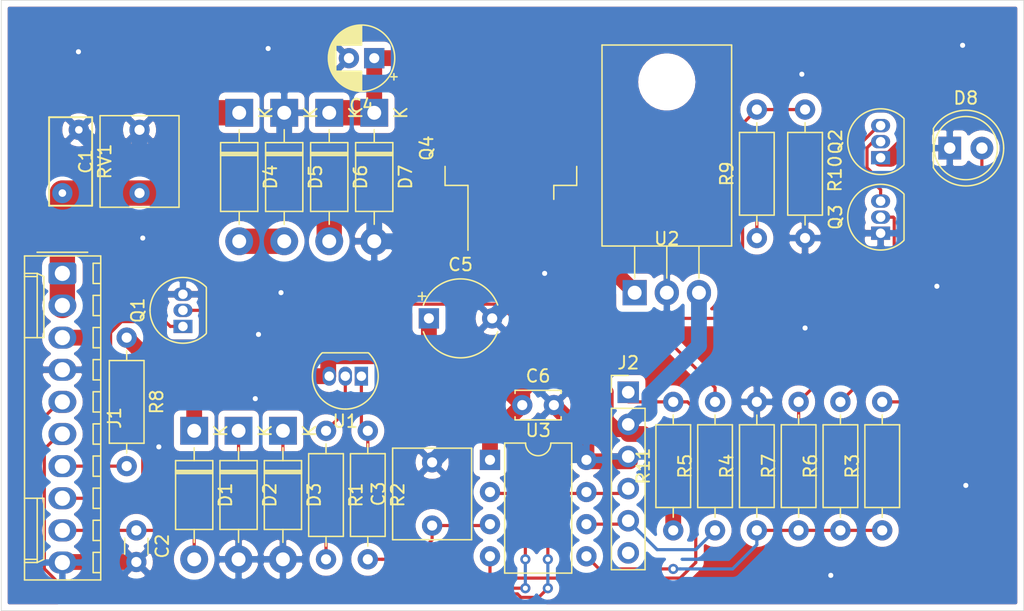
<source format=kicad_pcb>
(kicad_pcb (version 20190331) (host pcbnew "6.0.0-unknown-r15630-3caa4376")
  (layers (0 "F.Cu" signal) (31 "B.Cu" signal) (35 "F.Paste" user) (37 "F.SilkS" user) (39 "F.Mask" user) (44 "Edge.Cuts" user))
  (net 0 "")
  (net 1 "GND")
  (net 2 "+12V")
  (net 3 "/Sender Input")
  (net 4 "/ADC In")
  (net 5 "+12C")
  (net 6 "+5V")
  (net 7 "Net-(D4-Pad2)")
  (net 8 "Net-(D8-Pad2)")
  (net 9 "/Fuel LED A")
  (net 10 "/RX")
  (net 11 "/TX")
  (net 12 "/Gauge Output")
  (net 13 "Net-(J2-Pad6)")
  (net 14 "/Fuel Low")
  (net 15 "/~MCLR~/VPP")
  (net 16 "Net-(Q1-Pad2)")
  (net 17 "Net-(Q2-Pad3)")
  (net 18 "Net-(Q2-Pad2)")
  (net 19 "Net-(Q3-Pad2)")
  (net 20 "Net-(Q4-Pad2)")
  (net 21 "Net-(R1-Pad1)")
  (net 22 "/PWM Out")
  (net 23 "/Fuel LED K")
  (module "Package_TO_SOT_THT:TO-220-3_Horizontal_TabDown" (layer "F.Cu") (at 105.918 78.994)
    (fp_text reference "U2" (at 2.54 -4.27) (layer "F.SilkS"))
    (fp_text value "LM7805_TO220")
    (pad "3" thru_hole oval (at 5.08 0) (size 1.905 2) (drill 1.1) (layers *.Cu *.Mask) (net 6 "+5V"))
    (pad "2" thru_hole oval (at 2.54 0) (size 1.905 2) (drill 1.1) (layers *.Cu *.Mask) (net 1 "GND"))
    (pad "1" thru_hole rect (at 0 0) (size 1.905 2) (drill 1.1) (layers *.Cu *.Mask) (net 5 "+12C"))
    (pad "" np_thru_hole oval (at 2.54 -16.66) (size 3.5 3.5) (drill 3.5) (layers *.Cu *.Mask))
  )
  (module "Package_DIP:DIP-8_W7.62mm" (layer "F.Cu") (at 94.488 92.218)
    (fp_text reference "U3" (at 3.81 -2.33) (layer "F.SilkS"))
    (fp_text value "PIC12F1840-IP")
    (pad "8" thru_hole oval (at 7.62 0) (size 1.6 1.6) (drill 0.8) (layers *.Cu *.Mask) (net 1 "GND"))
    (pad "4" thru_hole oval (at 0 7.62) (size 1.6 1.6) (drill 0.8) (layers *.Cu *.Mask) (net 15 "/~MCLR~/VPP"))
    (pad "7" thru_hole oval (at 7.62 2.54) (size 1.6 1.6) (drill 0.8) (layers *.Cu *.Mask) (net 11 "/TX"))
    (pad "3" thru_hole oval (at 0 5.08) (size 1.6 1.6) (drill 0.8) (layers *.Cu *.Mask) (net 4 "/ADC In"))
    (pad "6" thru_hole oval (at 7.62 5.08) (size 1.6 1.6) (drill 0.8) (layers *.Cu *.Mask) (net 14 "/Fuel Low"))
    (pad "2" thru_hole oval (at 0 2.54) (size 1.6 1.6) (drill 0.8) (layers *.Cu *.Mask) (net 10 "/RX"))
    (pad "5" thru_hole oval (at 7.62 7.62) (size 1.6 1.6) (drill 0.8) (layers *.Cu *.Mask) (net 22 "/PWM Out"))
    (pad "1" thru_hole rect (at 0 0) (size 1.6 1.6) (drill 0.8) (layers *.Cu *.Mask) (net 6 "+5V"))
  )
  (module "Package_TO_SOT_THT:TO-92_Inline" (layer "F.Cu") (at 84.328 85.598 180)
    (fp_text reference "U1" (at 1.27 -3.56) (layer "F.SilkS"))
    (fp_text value "LM317L_TO92")
    (pad "1" thru_hole rect (at 0 0 180) (size 1.05 1.5) (drill 0.75) (layers *.Cu *.Mask) (net 3 "/Sender Input"))
    (pad "3" thru_hole oval (at 2.54 0 180) (size 1.05 1.5) (drill 0.75) (layers *.Cu *.Mask) (net 6 "+5V"))
    (pad "2" thru_hole oval (at 1.27 0 180) (size 1.05 1.5) (drill 0.75) (layers *.Cu *.Mask) (net 21 "Net-(R1-Pad1)"))
  )
  (module "Varistor:RV_Disc_D7mm_W3.4mm_P5mm" (layer "F.Cu") (at 60.706 71.12 90)
    (fp_text reference "RV1" (at 2.5 3.35 90) (layer "F.SilkS"))
    (fp_text value "22V MOV")
    (pad "2" thru_hole circle (at 5 1.3 90) (size 1.6 1.6) (drill 0.6) (layers *.Cu *.Mask) (net 1 "GND"))
    (pad "1" thru_hole circle (at 0 0 90) (size 1.6 1.6) (drill 0.6) (layers *.Cu *.Mask) (net 2 "+12V"))
  )
  (module "Resistor_THT:R_Axial_DIN0207_L6.3mm_D2.5mm_P10.16mm_Horizontal" (layer "F.Cu") (at 108.966 97.79 90)
    (fp_text reference "R11" (at 5.08 -2.37 90) (layer "F.SilkS"))
    (fp_text value "10K")
    (pad "2" thru_hole oval (at 10.16 0 90) (size 1.6 1.6) (drill 0.8) (layers *.Cu *.Mask) (net 15 "/~MCLR~/VPP"))
    (pad "1" thru_hole circle (at 0 0 90) (size 1.6 1.6) (drill 0.8) (layers *.Cu *.Mask) (net 6 "+5V"))
  )
  (module "Resistor_THT:R_Axial_DIN0207_L6.3mm_D2.5mm_P10.16mm_Horizontal" (layer "F.Cu") (at 119.38 64.516 270)
    (fp_text reference "R10" (at 5.08 -2.37 90) (layer "F.SilkS"))
    (fp_text value "4K7")
    (pad "2" thru_hole oval (at 10.16 0 270) (size 1.6 1.6) (drill 0.8) (layers *.Cu *.Mask) (net 1 "GND"))
    (pad "1" thru_hole circle (at 0 0 270) (size 1.6 1.6) (drill 0.8) (layers *.Cu *.Mask) (net 20 "Net-(Q4-Pad2)"))
  )
  (module "Resistor_THT:R_Axial_DIN0207_L6.3mm_D2.5mm_P10.16mm_Horizontal" (layer "F.Cu") (at 115.57 74.676 90)
    (fp_text reference "R9" (at 5.08 -2.37 90) (layer "F.SilkS"))
    (fp_text value "10R")
    (pad "2" thru_hole oval (at 10.16 0 90) (size 1.6 1.6) (drill 0.8) (layers *.Cu *.Mask) (net 20 "Net-(Q4-Pad2)"))
    (pad "1" thru_hole circle (at 0 0 90) (size 1.6 1.6) (drill 0.8) (layers *.Cu *.Mask) (net 17 "Net-(Q2-Pad3)"))
  )
  (module "Resistor_THT:R_Axial_DIN0207_L6.3mm_D2.5mm_P10.16mm_Horizontal" (layer "F.Cu") (at 65.786 82.55 270)
    (fp_text reference "R8" (at 5.08 -2.37 90) (layer "F.SilkS"))
    (fp_text value "330R")
    (pad "2" thru_hole oval (at 10.16 0 270) (size 1.6 1.6) (drill 0.8) (layers *.Cu *.Mask) (net 9 "/Fuel LED A"))
    (pad "1" thru_hole circle (at 0 0 270) (size 1.6 1.6) (drill 0.8) (layers *.Cu *.Mask) (net 6 "+5V"))
  )
  (module "Resistor_THT:R_Axial_DIN0207_L6.3mm_D2.5mm_P10.16mm_Horizontal" (layer "F.Cu") (at 118.872 97.79 90)
    (fp_text reference "R7" (at 5.08 -2.37 90) (layer "F.SilkS"))
    (fp_text value "1K")
    (pad "2" thru_hole oval (at 10.16 0 90) (size 1.6 1.6) (drill 0.8) (layers *.Cu *.Mask) (net 19 "Net-(Q3-Pad2)"))
    (pad "1" thru_hole circle (at 0 0 90) (size 1.6 1.6) (drill 0.8) (layers *.Cu *.Mask) (net 22 "/PWM Out"))
  )
  (module "Resistor_THT:R_Axial_DIN0207_L6.3mm_D2.5mm_P10.16mm_Horizontal" (layer "F.Cu") (at 122.174 97.79 90)
    (fp_text reference "R6" (at 5.08 -2.37 90) (layer "F.SilkS"))
    (fp_text value "1K")
    (pad "2" thru_hole oval (at 10.16 0 90) (size 1.6 1.6) (drill 0.8) (layers *.Cu *.Mask) (net 18 "Net-(Q2-Pad2)"))
    (pad "1" thru_hole circle (at 0 0 90) (size 1.6 1.6) (drill 0.8) (layers *.Cu *.Mask) (net 22 "/PWM Out"))
  )
  (module "Resistor_THT:R_Axial_DIN0207_L6.3mm_D2.5mm_P10.16mm_Horizontal" (layer "F.Cu") (at 112.268 97.79 90)
    (fp_text reference "R5" (at 5.08 -2.37 90) (layer "F.SilkS"))
    (fp_text value "1K")
    (pad "2" thru_hole oval (at 10.16 0 90) (size 1.6 1.6) (drill 0.8) (layers *.Cu *.Mask) (net 16 "Net-(Q1-Pad2)"))
    (pad "1" thru_hole circle (at 0 0 90) (size 1.6 1.6) (drill 0.8) (layers *.Cu *.Mask) (net 14 "/Fuel Low"))
  )
  (module "Resistor_THT:R_Axial_DIN0207_L6.3mm_D2.5mm_P10.16mm_Horizontal" (layer "F.Cu") (at 115.57 97.79 90)
    (fp_text reference "R4" (at 5.08 -2.37 90) (layer "F.SilkS"))
    (fp_text value "10K")
    (pad "2" thru_hole oval (at 10.16 0 90) (size 1.6 1.6) (drill 0.8) (layers *.Cu *.Mask) (net 1 "GND"))
    (pad "1" thru_hole circle (at 0 0 90) (size 1.6 1.6) (drill 0.8) (layers *.Cu *.Mask) (net 22 "/PWM Out"))
  )
  (module "Resistor_THT:R_Axial_DIN0207_L6.3mm_D2.5mm_P10.16mm_Horizontal" (layer "F.Cu") (at 125.476 97.79 90)
    (fp_text reference "R3" (at 5.08 -2.37 90) (layer "F.SilkS"))
    (fp_text value "330R")
    (pad "2" thru_hole oval (at 10.16 0 90) (size 1.6 1.6) (drill 0.8) (layers *.Cu *.Mask) (net 8 "Net-(D8-Pad2)"))
    (pad "1" thru_hole circle (at 0 0 90) (size 1.6 1.6) (drill 0.8) (layers *.Cu *.Mask) (net 22 "/PWM Out"))
  )
  (module "Resistor_THT:R_Axial_DIN0207_L6.3mm_D2.5mm_P10.16mm_Horizontal" (layer "F.Cu") (at 84.836 89.916 270)
    (fp_text reference "R2" (at 5.08 -2.37 90) (layer "F.SilkS"))
    (fp_text value "2K2")
    (pad "2" thru_hole oval (at 10.16 0 270) (size 1.6 1.6) (drill 0.8) (layers *.Cu *.Mask) (net 4 "/ADC In"))
    (pad "1" thru_hole circle (at 0 0 270) (size 1.6 1.6) (drill 0.8) (layers *.Cu *.Mask) (net 3 "/Sender Input"))
  )
  (module "Resistor_THT:R_Axial_DIN0207_L6.3mm_D2.5mm_P10.16mm_Horizontal" (layer "F.Cu") (at 81.534 89.916 270)
    (fp_text reference "R1" (at 5.08 -2.37 90) (layer "F.SilkS"))
    (fp_text value "120R")
    (pad "2" thru_hole oval (at 10.16 0 270) (size 1.6 1.6) (drill 0.8) (layers *.Cu *.Mask) (net 3 "/Sender Input"))
    (pad "1" thru_hole circle (at 0 0 270) (size 1.6 1.6) (drill 0.8) (layers *.Cu *.Mask) (net 21 "Net-(R1-Pad1)"))
  )
  (module "Package_TO_SOT_SMD:TO-263-3_TabPin2" (layer "F.Cu") (at 96.139 67.564 90)
    (fp_text reference "Q4" (at 0 -6.65 90) (layer "F.SilkS"))
    (fp_text value "PHB55N03LT")
    (pad "2" smd rect (at 3.375 0 90) (size 9.4 10.8) (layers "F.Cu" "F.Mask") (net 20 "Net-(Q4-Pad2)"))
    (pad "3" smd rect (at -5.775 2.54 90) (size 4.6 1.1) (layers "F.Cu" "F.Paste" "F.Mask") (net 1 "GND"))
    (pad "2" smd rect (at -5.775 0 90) (size 4.6 1.1) (layers "F.Cu" "F.Paste" "F.Mask") (net 20 "Net-(Q4-Pad2)"))
    (pad "1" smd rect (at -5.775 -2.54 90) (size 4.6 1.1) (layers "F.Cu" "F.Paste" "F.Mask") (net 12 "/Gauge Output"))
  )
  (module "Package_TO_SOT_THT:TO-92_Inline" (layer "F.Cu") (at 125.349 74.295 90)
    (fp_text reference "Q3" (at 1.27 -3.56 90) (layer "F.SilkS"))
    (fp_text value "BC557")
    (pad "1" thru_hole rect (at 0 0 90) (size 1.05 1.5) (drill 0.75) (layers *.Cu *.Mask) (net 1 "GND"))
    (pad "3" thru_hole oval (at 2.54 0 90) (size 1.05 1.5) (drill 0.75) (layers *.Cu *.Mask) (net 17 "Net-(Q2-Pad3)"))
    (pad "2" thru_hole oval (at 1.27 0 90) (size 1.05 1.5) (drill 0.75) (layers *.Cu *.Mask) (net 19 "Net-(Q3-Pad2)"))
  )
  (module "Package_TO_SOT_THT:TO-92_Inline" (layer "F.Cu") (at 125.349 68.326 90)
    (fp_text reference "Q2" (at 1.27 -3.56 90) (layer "F.SilkS"))
    (fp_text value "BC547")
    (pad "1" thru_hole rect (at 0 0 90) (size 1.05 1.5) (drill 0.75) (layers *.Cu *.Mask) (net 5 "+12C"))
    (pad "3" thru_hole oval (at 2.54 0 90) (size 1.05 1.5) (drill 0.75) (layers *.Cu *.Mask) (net 17 "Net-(Q2-Pad3)"))
    (pad "2" thru_hole oval (at 1.27 0 90) (size 1.05 1.5) (drill 0.75) (layers *.Cu *.Mask) (net 18 "Net-(Q2-Pad2)"))
  )
  (module "Package_TO_SOT_THT:TO-92_Inline" (layer "F.Cu") (at 70.231 81.661 90)
    (fp_text reference "Q1" (at 1.27 -3.56 90) (layer "F.SilkS"))
    (fp_text value "BC547")
    (pad "1" thru_hole rect (at 0 0 90) (size 1.05 1.5) (drill 0.75) (layers *.Cu *.Mask) (net 23 "/Fuel LED K"))
    (pad "3" thru_hole oval (at 2.54 0 90) (size 1.05 1.5) (drill 0.75) (layers *.Cu *.Mask) (net 1 "GND"))
    (pad "2" thru_hole oval (at 1.27 0 90) (size 1.05 1.5) (drill 0.75) (layers *.Cu *.Mask) (net 16 "Net-(Q1-Pad2)"))
  )
  (module "Connector_PinHeader_2.54mm:PinHeader_1x06_P2.54mm_Vertical" (layer "F.Cu") (at 105.41 86.868)
    (fp_text reference "J2" (at 0 -2.33) (layer "F.SilkS"))
    (fp_text value "Conn_01x06")
    (pad "6" thru_hole oval (at 0 12.7) (size 1.7 1.7) (drill 1) (layers *.Cu *.Mask) (net 13 "Net-(J2-Pad6)"))
    (pad "5" thru_hole oval (at 0 10.16) (size 1.7 1.7) (drill 1) (layers *.Cu *.Mask) (net 14 "/Fuel Low"))
    (pad "4" thru_hole oval (at 0 7.62) (size 1.7 1.7) (drill 1) (layers *.Cu *.Mask) (net 11 "/TX"))
    (pad "3" thru_hole oval (at 0 5.08) (size 1.7 1.7) (drill 1) (layers *.Cu *.Mask) (net 1 "GND"))
    (pad "2" thru_hole oval (at 0 2.54) (size 1.7 1.7) (drill 1) (layers *.Cu *.Mask) (net 6 "+5V"))
    (pad "1" thru_hole rect (at 0 0) (size 1.7 1.7) (drill 1) (layers *.Cu *.Mask) (net 15 "/~MCLR~/VPP"))
  )
  (module "Connector_Molex:Molex_KK-254_AE-6410-10A_1x10_P2.54mm_Vertical" (layer "F.Cu") (at 60.706 77.47 270)
    (fp_text reference "J1" (at 11.43 -4.12 90) (layer "F.SilkS"))
    (fp_text value "Conn_01x10")
    (pad "10" thru_hole oval (at 22.86 0 270) (size 1.74 2.2) (drill 1.2) (layers *.Cu *.Mask) (net 1 "GND"))
    (pad "9" thru_hole oval (at 20.32 0 270) (size 1.74 2.2) (drill 1.2) (layers *.Cu *.Mask) (net 3 "/Sender Input"))
    (pad "8" thru_hole oval (at 17.78 0 270) (size 1.74 2.2) (drill 1.2) (layers *.Cu *.Mask) (net 23 "/Fuel LED K"))
    (pad "7" thru_hole oval (at 15.24 0 270) (size 1.74 2.2) (drill 1.2) (layers *.Cu *.Mask) (net 9 "/Fuel LED A"))
    (pad "6" thru_hole oval (at 12.7 0 270) (size 1.74 2.2) (drill 1.2) (layers *.Cu *.Mask) (net 10 "/RX"))
    (pad "5" thru_hole oval (at 10.16 0 270) (size 1.74 2.2) (drill 1.2) (layers *.Cu *.Mask) (net 11 "/TX"))
    (pad "4" thru_hole oval (at 7.62 0 270) (size 1.74 2.2) (drill 1.2) (layers *.Cu *.Mask) (net 1 "GND"))
    (pad "3" thru_hole oval (at 5.08 0 270) (size 1.74 2.2) (drill 1.2) (layers *.Cu *.Mask) (net 12 "/Gauge Output"))
    (pad "2" thru_hole oval (at 2.54 0 270) (size 1.74 2.2) (drill 1.2) (layers *.Cu *.Mask) (net 2 "+12V"))
    (pad "1" thru_hole roundrect (at 0 0 270) (size 1.74 2.2) (drill 1.2) (layers *.Cu *.Mask) (roundrect_rratio 0.143678) (net 2 "+12V"))
  )
  (module "LED_THT:LED_D5.0mm_Clear" (layer "F.Cu") (at 130.81 67.564)
    (fp_text reference "D8" (at 1.27 -3.96) (layer "F.SilkS"))
    (fp_text value "LED")
    (pad "2" thru_hole circle (at 2.54 0) (size 1.8 1.8) (drill 0.9) (layers *.Cu *.Mask) (net 8 "Net-(D8-Pad2)"))
    (pad "1" thru_hole rect (at 0 0) (size 1.8 1.8) (drill 0.9) (layers *.Cu *.Mask) (net 1 "GND"))
  )
  (module "Diode_THT:D_DO-41_SOD81_P10.16mm_Horizontal" (layer "F.Cu") (at 85.344 64.77 270)
    (fp_text reference "D7" (at 5.08 -2.47 90) (layer "F.SilkS"))
    (fp_text value "22V 1W")
    (fp_text user "K" (at 0 -2.1 90) (layer "F.SilkS"))
    (pad "2" thru_hole oval (at 10.16 0 270) (size 2.2 2.2) (drill 1.1) (layers *.Cu *.Mask) (net 1 "GND"))
    (pad "1" thru_hole rect (at 0 0 270) (size 2.2 2.2) (drill 1.1) (layers *.Cu *.Mask) (net 5 "+12C"))
  )
  (module "Diode_THT:D_DO-41_SOD81_P10.16mm_Horizontal" (layer "F.Cu") (at 81.788 64.77 270)
    (fp_text reference "D6" (at 5.08 -2.47 90) (layer "F.SilkS"))
    (fp_text value "1N4001")
    (fp_text user "K" (at 0 -2.1 90) (layer "F.SilkS"))
    (pad "2" thru_hole oval (at 10.16 0 270) (size 2.2 2.2) (drill 1.1) (layers *.Cu *.Mask) (net 2 "+12V"))
    (pad "1" thru_hole rect (at 0 0 270) (size 2.2 2.2) (drill 1.1) (layers *.Cu *.Mask) (net 5 "+12C"))
  )
  (module "Diode_THT:D_DO-41_SOD81_P10.16mm_Horizontal" (layer "F.Cu") (at 78.232 64.77 270)
    (fp_text reference "D5" (at 5.08 -2.47 90) (layer "F.SilkS"))
    (fp_text value "12V 1W")
    (fp_text user "K" (at 0 -2.1 90) (layer "F.SilkS"))
    (pad "2" thru_hole oval (at 10.16 0 270) (size 2.2 2.2) (drill 1.1) (layers *.Cu *.Mask) (net 7 "Net-(D4-Pad2)"))
    (pad "1" thru_hole rect (at 0 0 270) (size 2.2 2.2) (drill 1.1) (layers *.Cu *.Mask) (net 1 "GND"))
  )
  (module "Diode_THT:D_DO-41_SOD81_P10.16mm_Horizontal" (layer "F.Cu") (at 74.676 64.77 270)
    (fp_text reference "D4" (at 5.08 -2.47 90) (layer "F.SilkS"))
    (fp_text value "1N4001")
    (fp_text user "K" (at 0 -2.1 90) (layer "F.SilkS"))
    (pad "2" thru_hole oval (at 10.16 0 270) (size 2.2 2.2) (drill 1.1) (layers *.Cu *.Mask) (net 7 "Net-(D4-Pad2)"))
    (pad "1" thru_hole rect (at 0 0 270) (size 2.2 2.2) (drill 1.1) (layers *.Cu *.Mask) (net 2 "+12V"))
  )
  (module "Diode_THT:D_DO-41_SOD81_P10.16mm_Horizontal" (layer "F.Cu") (at 78.129332 89.916 270)
    (fp_text reference "D3" (at 5.08 -2.47 90) (layer "F.SilkS"))
    (fp_text value "5V1")
    (fp_text user "K" (at 0 -2.1 90) (layer "F.SilkS"))
    (pad "2" thru_hole oval (at 10.16 0 270) (size 2.2 2.2) (drill 1.1) (layers *.Cu *.Mask) (net 1 "GND"))
    (pad "1" thru_hole rect (at 0 0 270) (size 2.2 2.2) (drill 1.1) (layers *.Cu *.Mask) (net 3 "/Sender Input"))
  )
  (module "Diode_THT:D_DO-41_SOD81_P10.16mm_Horizontal" (layer "F.Cu") (at 74.624666 89.916 270)
    (fp_text reference "D2" (at 5.08 -2.47 90) (layer "F.SilkS"))
    (fp_text value "1N4001")
    (fp_text user "K" (at 0 -2.1 90) (layer "F.SilkS"))
    (pad "2" thru_hole oval (at 10.16 0 270) (size 2.2 2.2) (drill 1.1) (layers *.Cu *.Mask) (net 1 "GND"))
    (pad "1" thru_hole rect (at 0 0 270) (size 2.2 2.2) (drill 1.1) (layers *.Cu *.Mask) (net 3 "/Sender Input"))
  )
  (module "Diode_THT:D_DO-41_SOD81_P10.16mm_Horizontal" (layer "F.Cu") (at 71.12 89.916 270)
    (fp_text reference "D1" (at 5.08 -2.47 90) (layer "F.SilkS"))
    (fp_text value "1N4001")
    (fp_text user "K" (at 0 -2.1 90) (layer "F.SilkS"))
    (pad "2" thru_hole oval (at 10.16 0 270) (size 2.2 2.2) (drill 1.1) (layers *.Cu *.Mask) (net 3 "/Sender Input"))
    (pad "1" thru_hole rect (at 0 0 270) (size 2.2 2.2) (drill 1.1) (layers *.Cu *.Mask) (net 6 "+5V"))
  )
  (module "Capacitor_THT:C_Disc_D3.4mm_W2.1mm_P2.50mm" (layer "F.Cu") (at 97.038 87.884)
    (fp_text reference "C6" (at 1.25 -2.3) (layer "F.SilkS"))
    (fp_text value "100nF")
    (pad "2" thru_hole circle (at 2.5 0) (size 1.6 1.6) (drill 0.8) (layers *.Cu *.Mask) (net 1 "GND"))
    (pad "1" thru_hole circle (at 0 0) (size 1.6 1.6) (drill 0.8) (layers *.Cu *.Mask) (net 6 "+5V"))
  )
  (module "Capacitor_THT:CP_Radial_Tantal_D6.0mm_P5.00mm" (layer "F.Cu") (at 89.662 81.026)
    (fp_text reference "C5" (at 2.5 -4.25) (layer "F.SilkS"))
    (fp_text value "47uF")
    (pad "2" thru_hole circle (at 5 0) (size 1.6 1.6) (drill 0.8) (layers *.Cu *.Mask) (net 1 "GND"))
    (pad "1" thru_hole rect (at 0 0) (size 1.6 1.6) (drill 0.8) (layers *.Cu *.Mask) (net 6 "+5V"))
  )
  (module "Capacitor_THT:CP_Radial_D5.0mm_P2.00mm" (layer "F.Cu") (at 85.344 60.452 180)
    (fp_text reference "C4" (at 1 -3.75) (layer "F.SilkS"))
    (fp_text value "22uF 25V")
    (pad "2" thru_hole circle (at 2 0 180) (size 1.6 1.6) (drill 0.8) (layers *.Cu *.Mask) (net 1 "GND"))
    (pad "1" thru_hole rect (at 0 0 180) (size 1.6 1.6) (drill 0.8) (layers *.Cu *.Mask) (net 5 "+12C"))
  )
  (module "Capacitor_THT:C_Rect_L7.0mm_W6.0mm_P5.00mm" (layer "F.Cu") (at 89.916 97.409 90)
    (fp_text reference "C3" (at 2.5 -4.25 90) (layer "F.SilkS"))
    (fp_text value "1uF")
    (pad "2" thru_hole circle (at 5 0 90) (size 1.6 1.6) (drill 0.8) (layers *.Cu *.Mask) (net 1 "GND"))
    (pad "1" thru_hole circle (at 0 0 90) (size 1.6 1.6) (drill 0.8) (layers *.Cu *.Mask) (net 4 "/ADC In"))
  )
  (module "Capacitor_THT:C_Disc_D3.0mm_W1.6mm_P2.50mm" (layer "F.Cu") (at 66.548 97.79 270)
    (fp_text reference "C2" (at 1.25 -2.05 90) (layer "F.SilkS"))
    (fp_text value "1nF")
    (pad "2" thru_hole circle (at 2.5 0 270) (size 1.6 1.6) (drill 0.8) (layers *.Cu *.Mask) (net 1 "GND"))
    (pad "1" thru_hole circle (at 0 0 270) (size 1.6 1.6) (drill 0.8) (layers *.Cu *.Mask) (net 3 "/Sender Input"))
  )
  (module "Capacitor_THT:C_Rect_L7.0mm_W6.0mm_P5.00mm" (layer "F.Cu") (at 66.802 71.12 90)
    (fp_text reference "C1" (at 2.5 -4.25 90) (layer "F.SilkS"))
    (fp_text value "1nF 100V")
    (pad "2" thru_hole circle (at 5 0 90) (size 1.6 1.6) (drill 0.8) (layers *.Cu *.Mask) (net 1 "GND"))
    (pad "1" thru_hole circle (at 0 0 90) (size 1.6 1.6) (drill 0.8) (layers *.Cu *.Mask) (net 2 "+12V"))
  )
  (gr_line (start 136.652 55.88) (end 136.652 104.14) (layer "Edge.Cuts") (width 0.05))
  (gr_line (start 55.88 55.88) (end 136.652 55.88) (layer "Edge.Cuts") (width 0.05))
  (gr_line (start 55.88 104.14) (end 55.88 55.88) (layer "Edge.Cuts") (width 0.05))
  (gr_line (start 136.652 104.14) (end 55.88 104.14) (layer "Edge.Cuts") (width 0.05))
  (segment (start 105.537 92.329) (end 102.108 92.329) (width 1.25) (layer "F.Cu") (net 1))
  (segment (start 102.108 90.454) (end 99.538 87.884) (width 1.25) (layer "F.Cu") (net 1))
  (segment (start 102.108 92.329) (end 102.108 90.454) (width 1.25) (layer "F.Cu") (net 1))
  (segment (start 90.715999 91.609001) (end 89.916 92.409) (width 1.25) (layer "B.Cu") (net 1))
  (segment (start 60.746 100.29) (end 60.706 100.33) (width 1.25) (layer "F.Cu") (net 1))
  (segment (start 66.548 100.29) (end 60.746 100.29) (width 1.25) (layer "F.Cu") (net 1))
  (segment (start 78.232 67.12) (end 77.28 68.072) (width 1.25) (layer "B.Cu") (net 1))
  (segment (start 78.232 64.77) (end 78.232 67.12) (width 1.25) (layer "B.Cu") (net 1))
  (segment (start 63.958 68.072) (end 62.006 66.12) (width 1.25) (layer "B.Cu") (net 1))
  (segment (start 66.802 66.12) (end 66.802 67.25137) (width 1.25) (layer "B.Cu") (net 1))
  (segment (start 66.802 67.25137) (end 66.802 68.072) (width 1.25) (layer "B.Cu") (net 1))
  (segment (start 77.28 68.072) (end 66.802 68.072) (width 1.25) (layer "B.Cu") (net 1))
  (segment (start 66.802 68.072) (end 63.958 68.072) (width 1.25) (layer "B.Cu") (net 1))
  (segment (start 85.344 68.072) (end 85.344 74.93) (width 1.25) (layer "B.Cu") (net 1))
  (segment (start 77.28 68.072) (end 85.344 68.072) (width 1.25) (layer "B.Cu") (net 1))
  (segment (start 86.899634 74.93) (end 89.439634 77.47) (width 1.25) (layer "B.Cu") (net 1))
  (segment (start 85.344 74.93) (end 86.899634 74.93) (width 1.25) (layer "B.Cu") (net 1))
  (segment (start 89.439634 77.47) (end 98.806 77.47) (width 1.25) (layer "B.Cu") (net 1))
  (segment (start 98.806 77.47) (end 98.806 77.47) (width 1.25) (layer "B.Cu") (net 1))
  (via (at 98.806 77.47) (size 0.8) (drill 0.4) (layers "F.Cu" "B.Cu") (net 1))
  (segment (start 98.679 77.343) (end 98.806 77.47) (width 1.25) (layer "F.Cu") (net 1))
  (segment (start 98.679 73.339) (end 98.679 77.343) (width 1.25) (layer "F.Cu") (net 1))
  (segment (start 98.218 77.47) (end 94.662 81.026) (width 1.25) (layer "B.Cu") (net 1))
  (segment (start 98.806 77.47) (end 98.218 77.47) (width 1.25) (layer "B.Cu") (net 1))
  (segment (start 101.308001 91.418001) (end 101.308001 91.402001) (width 1.25) (layer "B.Cu") (net 1))
  (segment (start 102.108 92.218) (end 101.308001 91.418001) (width 1.25) (layer "B.Cu") (net 1))
  (segment (start 101.308001 91.402001) (end 99.568 89.662) (width 1.25) (layer "B.Cu") (net 1))
  (segment (start 92.663 89.662) (end 89.916 92.409) (width 1.25) (layer "B.Cu") (net 1))
  (segment (start 99.568 89.662) (end 92.663 89.662) (width 1.25) (layer "B.Cu") (net 1))
  (via (at 68.326 91.186) (size 0.8) (drill 0.4) (layers "F.Cu" "B.Cu") (net 1))
  (via (at 75.946 87.376) (size 0.8) (drill 0.4) (layers "F.Cu" "B.Cu") (net 1))
  (via (at 76.2 82.296) (size 0.8) (drill 0.4) (layers "F.Cu" "B.Cu") (net 1))
  (via (at 77.978 78.994) (size 0.8) (drill 0.4) (layers "F.Cu" "B.Cu") (net 1))
  (via (at 67.056 74.676) (size 0.8) (drill 0.4) (layers "F.Cu" "B.Cu") (net 1))
  (via (at 119.38 81.788) (size 0.8) (drill 0.4) (layers "F.Cu" "B.Cu") (net 1))
  (via (at 132.08 94.234) (size 0.8) (drill 0.4) (layers "F.Cu" "B.Cu") (net 1))
  (via (at 121.412 101.346) (size 0.8) (drill 0.4) (layers "F.Cu" "B.Cu") (net 1))
  (via (at 76.962 59.69) (size 0.8) (drill 0.4) (layers "F.Cu" "B.Cu") (net 1))
  (via (at 61.976 59.944) (size 0.8) (drill 0.4) (layers "F.Cu" "B.Cu") (net 1))
  (via (at 131.826 59.436) (size 0.8) (drill 0.4) (layers "F.Cu" "B.Cu") (net 1))
  (via (at 119.126 61.722) (size 0.8) (drill 0.4) (layers "F.Cu" "B.Cu") (net 1))
  (via (at 129.794 78.486) (size 0.8) (drill 0.4) (layers "F.Cu" "B.Cu") (net 1))
  (segment (start 60.706 77.47) (end 60.706 80.01) (width 2) (layer "F.Cu") (net 2))
  (segment (start 60.706 77.47) (end 60.706 71.12) (width 2) (layer "F.Cu") (net 2))
  (segment (start 60.706 71.12) (end 66.802 71.12) (width 2) (layer "F.Cu") (net 2))
  (segment (start 74.676 64.77) (end 71.882 64.77) (width 2) (layer "F.Cu") (net 2))
  (segment (start 71.882 64.77) (end 70.866 65.786) (width 2) (layer "F.Cu") (net 2))
  (segment (start 70.866 65.786) (end 70.866 69.85) (width 2) (layer "F.Cu") (net 2))
  (segment (start 70.866 69.85) (end 69.596 71.12) (width 2) (layer "F.Cu") (net 2))
  (segment (start 69.596 71.12) (end 66.802 71.12) (width 2) (layer "F.Cu") (net 2))
  (segment (start 81.788 71.12) (end 81.788 74.93) (width 2) (layer "F.Cu") (net 2))
  (segment (start 69.596 71.12) (end 81.788 71.12) (width 2) (layer "F.Cu") (net 2))
  (segment (start 60.706 97.79) (end 66.548 97.79) (width 0.25) (layer "F.Cu") (net 3))
  (segment (start 74.624666 89.916) (end 74.624666 93.420666) (width 0.25) (layer "F.Cu") (net 3))
  (segment (start 74.624666 93.420666) (end 74.676 93.472) (width 0.25) (layer "F.Cu") (net 3))
  (segment (start 71.12 93.472) (end 74.676 93.472) (width 0.25) (layer "F.Cu") (net 3))
  (segment (start 84.836 89.916) (end 84.836 93.472) (width 0.25) (layer "F.Cu") (net 3))
  (segment (start 80.518 93.472) (end 80.772 93.472) (width 0.25) (layer "F.Cu") (net 3))
  (segment (start 81.534 100.076) (end 81.534 93.472) (width 0.25) (layer "F.Cu") (net 3))
  (segment (start 84.836 93.472) (end 81.534 93.472) (width 0.25) (layer "F.Cu") (net 3))
  (segment (start 81.534 93.472) (end 80.518 93.472) (width 0.25) (layer "F.Cu") (net 3))
  (segment (start 78.129332 93.369332) (end 78.232 93.472) (width 0.25) (layer "F.Cu") (net 3))
  (segment (start 74.676 93.472) (end 78.232 93.472) (width 0.25) (layer "F.Cu") (net 3))
  (segment (start 78.129332 89.916) (end 78.129332 93.369332) (width 0.25) (layer "F.Cu") (net 3))
  (segment (start 78.232 93.472) (end 80.518 93.472) (width 0.25) (layer "F.Cu") (net 3))
  (segment (start 84.328 89.408) (end 84.836 89.916) (width 0.25) (layer "F.Cu") (net 3))
  (segment (start 84.328 85.598) (end 84.328 89.408) (width 0.25) (layer "F.Cu") (net 3))
  (segment (start 66.548 97.79) (end 71.12 97.79) (width 0.25) (layer "F.Cu") (net 3))
  (segment (start 71.12 93.472) (end 71.12 97.79) (width 0.25) (layer "F.Cu") (net 3))
  (segment (start 71.12 97.79) (end 71.12 100.076) (width 0.25) (layer "F.Cu") (net 3))
  (segment (start 94.488 97.409) (end 89.916 97.409) (width 0.25) (layer "F.Cu") (net 4))
  (segment (start 85.96737 100.076) (end 84.836 100.076) (width 0.25) (layer "F.Cu") (net 4))
  (segment (start 88.38037 100.076) (end 85.96737 100.076) (width 0.25) (layer "F.Cu") (net 4))
  (segment (start 89.916 98.54037) (end 88.38037 100.076) (width 0.25) (layer "F.Cu") (net 4))
  (segment (start 89.916 97.409) (end 89.916 98.54037) (width 0.25) (layer "F.Cu") (net 4))
  (segment (start 81.788 64.77) (end 85.344 64.77) (width 2) (layer "F.Cu") (net 5))
  (segment (start 85.344 60.452) (end 85.344 64.77) (width 1.25) (layer "F.Cu") (net 5))
  (segment (start 102.364001 75.392501) (end 102.364001 58.828999) (width 1.25) (layer "F.Cu") (net 5))
  (segment (start 105.918 78.994) (end 105.918 78.9465) (width 1.25) (layer "F.Cu") (net 5))
  (segment (start 102.364001 58.828999) (end 101.639992 58.10499) (width 1.25) (layer "F.Cu") (net 5))
  (segment (start 105.918 78.9465) (end 102.364001 75.392501) (width 1.25) (layer "F.Cu") (net 5))
  (segment (start 89.74101 58.10499) (end 87.394 60.452) (width 1.25) (layer "F.Cu") (net 5))
  (segment (start 87.394 60.452) (end 85.344 60.452) (width 1.25) (layer "F.Cu") (net 5))
  (segment (start 101.639992 58.10499) (end 89.74101 58.10499) (width 1.25) (layer "F.Cu") (net 5))
  (segment (start 101.639992 58.10499) (end 125.66899 58.10499) (width 1.25) (layer "F.Cu") (net 5))
  (segment (start 125.66899 58.10499) (end 128.016 60.452) (width 1.25) (layer "F.Cu") (net 5))
  (segment (start 126.133192 68.40601) (end 125.349 68.40601) (width 1.25) (layer "F.Cu") (net 5))
  (segment (start 128.016 60.452) (end 128.016 66.523202) (width 1.25) (layer "F.Cu") (net 5))
  (segment (start 128.016 66.523202) (end 126.133192 68.40601) (width 1.25) (layer "F.Cu") (net 5))
  (segment (start 97.038 86.75263) (end 97.028 86.74263) (width 1.25) (layer "F.Cu") (net 6))
  (segment (start 97.038 87.884) (end 97.038 86.75263) (width 1.25) (layer "F.Cu") (net 6))
  (segment (start 97.028 86.74263) (end 98.17263 85.598) (width 1.25) (layer "F.Cu") (net 6))
  (segment (start 102.362 85.598) (end 103.632 86.868) (width 1.25) (layer "F.Cu") (net 6))
  (segment (start 98.17263 85.598) (end 102.362 85.598) (width 1.25) (layer "F.Cu") (net 6))
  (segment (start 104.334919 89.789) (end 105.537 89.789) (width 1.25) (layer "F.Cu") (net 6))
  (segment (start 103.632 89.086081) (end 104.334919 89.789) (width 1.25) (layer "F.Cu") (net 6))
  (segment (start 103.632 86.868) (end 103.632 89.086081) (width 1.25) (layer "F.Cu") (net 6))
  (segment (start 94.488 90.434) (end 97.038 87.884) (width 1.25) (layer "F.Cu") (net 6))
  (segment (start 94.488 92.329) (end 94.488 90.434) (width 1.25) (layer "F.Cu") (net 6))
  (segment (start 106.612081 90.17) (end 105.41 90.17) (width 1.25) (layer "F.Cu") (net 6))
  (segment (start 108.966 92.523919) (end 106.612081 90.17) (width 1.25) (layer "F.Cu") (net 6))
  (segment (start 108.966 97.79) (end 108.966 92.523919) (width 1.25) (layer "F.Cu") (net 6))
  (segment (start 71.12 89.916) (end 71.12 87.566) (width 1.25) (layer "F.Cu") (net 6))
  (segment (start 71.12 87.566) (end 73.088 85.598) (width 1.25) (layer "F.Cu") (net 6))
  (segment (start 68.834 85.598) (end 65.786 82.55) (width 1.25) (layer "F.Cu") (net 6))
  (segment (start 73.088 85.598) (end 68.834 85.598) (width 1.25) (layer "F.Cu") (net 6))
  (segment (start 81.70799 85.598) (end 73.088 85.598) (width 1.25) (layer "F.Cu") (net 6))
  (segment (start 81.70799 84.15401) (end 81.70799 85.598) (width 1.25) (layer "F.Cu") (net 6))
  (segment (start 97.038 87.884) (end 96.238001 87.084001) (width 1.25) (layer "F.Cu") (net 6))
  (segment (start 96.238001 87.084001) (end 96.238001 84.808001) (width 1.25) (layer "F.Cu") (net 6))
  (segment (start 81.839001 84.022999) (end 81.70799 84.15401) (width 1.25) (layer "F.Cu") (net 6))
  (segment (start 96.238001 84.808001) (end 95.452999 84.022999) (width 1.25) (layer "F.Cu") (net 6))
  (segment (start 89.713001 83.127001) (end 89.713001 84.022999) (width 1.25) (layer "F.Cu") (net 6))
  (segment (start 89.662 83.076) (end 89.713001 83.127001) (width 1.25) (layer "F.Cu") (net 6))
  (segment (start 95.452999 84.022999) (end 89.713001 84.022999) (width 1.25) (layer "F.Cu") (net 6))
  (segment (start 89.662 81.026) (end 89.662 83.076) (width 1.25) (layer "F.Cu") (net 6))
  (segment (start 89.713001 84.022999) (end 81.839001 84.022999) (width 1.25) (layer "F.Cu") (net 6))
  (segment (start 106.259999 88.558001) (end 105.41 89.408) (width 1.25) (layer "B.Cu") (net 6))
  (segment (start 106.905001 88.558001) (end 106.259999 88.558001) (width 1.25) (layer "B.Cu") (net 6))
  (segment (start 107.085001 87.105997) (end 107.085001 88.378001) (width 1.25) (layer "B.Cu") (net 6))
  (segment (start 110.998 83.192998) (end 107.085001 87.105997) (width 1.25) (layer "B.Cu") (net 6))
  (segment (start 107.085001 88.378001) (end 106.905001 88.558001) (width 1.25) (layer "B.Cu") (net 6))
  (segment (start 110.998 78.994) (end 110.998 83.192998) (width 1.25) (layer "B.Cu") (net 6))
  (segment (start 74.676 74.93) (end 78.232 74.93) (width 2) (layer "F.Cu") (net 7))
  (segment (start 125.476 87.63) (end 127.254 87.63) (width 0.25) (layer "F.Cu") (net 8))
  (segment (start 133.35 81.534) (end 133.35 67.564) (width 0.25) (layer "F.Cu") (net 8))
  (segment (start 127.254 87.63) (end 133.35 81.534) (width 0.25) (layer "F.Cu") (net 8))
  (segment (start 62.056 92.71) (end 65.786 92.71) (width 0.25) (layer "F.Cu") (net 9))
  (segment (start 60.706 92.71) (end 62.056 92.71) (width 0.25) (layer "F.Cu") (net 9))
  (via (at 97.282 102.362) (size 0.8) (drill 0.4) (layers "F.Cu" "B.Cu") (net 10))
  (via (at 97.282 100.076) (size 0.8) (drill 0.4) (layers "F.Cu" "B.Cu") (net 10))
  (segment (start 96.393 94.869) (end 94.488 94.869) (width 0.25) (layer "F.Cu") (net 10))
  (segment (start 97.282 95.758) (end 96.393 94.869) (width 0.25) (layer "F.Cu") (net 10))
  (segment (start 97.282 102.362) (end 81.28 102.362) (width 0.25) (layer "F.Cu") (net 10))
  (segment (start 97.282 95.758) (end 97.282 100.076) (width 0.25) (layer "F.Cu") (net 10))
  (segment (start 97.282 100.076) (end 97.282 102.362) (width 0.25) (layer "B.Cu") (net 10))
  (segment (start 81.28 102.362) (end 67.564 102.362) (width 0.25) (layer "F.Cu") (net 10))
  (segment (start 60.818001 102.362) (end 62.23 102.362) (width 0.25) (layer "F.Cu") (net 10))
  (segment (start 59.28099 100.824989) (end 60.818001 102.362) (width 0.25) (layer "F.Cu") (net 10))
  (segment (start 59.28099 91.36501) (end 59.28099 100.824989) (width 0.25) (layer "F.Cu") (net 10))
  (segment (start 60.706 90.17) (end 60.476 90.17) (width 0.25) (layer "F.Cu") (net 10))
  (segment (start 60.476 90.17) (end 59.28099 91.36501) (width 0.25) (layer "F.Cu") (net 10))
  (segment (start 62.23 102.362) (end 61.976 102.362) (width 0.25) (layer "F.Cu") (net 10))
  (segment (start 67.564 102.362) (end 62.23 102.362) (width 0.25) (layer "F.Cu") (net 10))
  (via (at 99.06 102.362) (size 0.8) (drill 0.4) (layers "F.Cu" "B.Cu") (net 11))
  (via (at 99.06 100.076) (size 0.8) (drill 0.4) (layers "F.Cu" "B.Cu") (net 11))
  (segment (start 105.537 94.869) (end 102.235 94.869) (width 0.25) (layer "F.Cu") (net 11))
  (segment (start 102.108 94.869) (end 99.949 94.869) (width 0.25) (layer "F.Cu") (net 11))
  (segment (start 99.949 94.869) (end 99.06 95.758) (width 0.25) (layer "F.Cu") (net 11))
  (segment (start 99.06 95.758) (end 99.06 100.076) (width 0.25) (layer "F.Cu") (net 11))
  (segment (start 99.06 100.076) (end 99.06 102.362) (width 0.25) (layer "B.Cu") (net 11))
  (segment (start 58.83098 89.27502) (end 60.476 87.63) (width 0.25) (layer "F.Cu") (net 11))
  (segment (start 58.83098 101.011389) (end 58.83098 89.27502) (width 0.25) (layer "F.Cu") (net 11))
  (segment (start 60.476 87.63) (end 60.706 87.63) (width 0.25) (layer "F.Cu") (net 11))
  (segment (start 99.06 102.362) (end 98.334999 103.087001) (width 0.25) (layer "F.Cu") (net 11))
  (segment (start 96.659008 102.81201) (end 60.6316 102.812009) (width 0.25) (layer "F.Cu") (net 11))
  (segment (start 98.334999 103.087001) (end 96.933999 103.087001) (width 0.25) (layer "F.Cu") (net 11))
  (segment (start 96.933999 103.087001) (end 96.659008 102.81201) (width 0.25) (layer "F.Cu") (net 11))
  (segment (start 60.6316 102.812009) (end 58.83098 101.011389) (width 0.25) (layer "F.Cu") (net 11))
  (segment (start 63.246 82.55) (end 60.706 82.55) (width 1.25) (layer "F.Cu") (net 12))
  (segment (start 93.599 75.089) (end 91.472 77.216) (width 1.25) (layer "F.Cu") (net 12))
  (segment (start 93.599 73.339) (end 93.599 75.089) (width 1.25) (layer "F.Cu") (net 12))
  (segment (start 63.5 79.843106) (end 63.5 82.296) (width 1.25) (layer "F.Cu") (net 12))
  (segment (start 63.5 82.296) (end 63.246 82.55) (width 1.25) (layer "F.Cu") (net 12))
  (segment (start 91.472 77.216) (end 66.127106 77.216) (width 1.25) (layer "F.Cu") (net 12))
  (segment (start 66.127106 77.216) (end 63.5 79.843106) (width 1.25) (layer "F.Cu") (net 12))
  (segment (start 105.14 97.298) (end 105.41 97.028) (width 0.25) (layer "F.Cu") (net 14))
  (segment (start 102.108 97.298) (end 105.14 97.298) (width 0.25) (layer "F.Cu") (net 14))
  (segment (start 112.268 97.79) (end 110.744 99.314) (width 0.25) (layer "B.Cu") (net 14))
  (segment (start 107.696 99.314) (end 105.41 97.028) (width 0.25) (layer "B.Cu") (net 14))
  (segment (start 110.744 99.314) (end 107.696 99.314) (width 0.25) (layer "B.Cu") (net 14))
  (segment (start 106.51 87.63) (end 108.966 87.63) (width 0.25) (layer "F.Cu") (net 15))
  (segment (start 105.41 87.63) (end 106.51 87.63) (width 0.25) (layer "F.Cu") (net 15))
  (segment (start 108.966 87.63) (end 110.09737 87.63) (width 0.25) (layer "F.Cu") (net 15))
  (segment (start 110.09737 87.63) (end 110.744 88.27663) (width 0.25) (layer "F.Cu") (net 15))
  (segment (start 94.488 99.838) (end 94.488 101.346) (width 0.25) (layer "F.Cu") (net 15))
  (segment (start 94.705001 101.563001) (end 109.510999 101.563001) (width 0.25) (layer "F.Cu") (net 15))
  (segment (start 94.488 101.346) (end 94.705001 101.563001) (width 0.25) (layer "F.Cu") (net 15))
  (segment (start 109.510999 101.563001) (end 110.744 100.33) (width 0.25) (layer "F.Cu") (net 15))
  (segment (start 110.744 88.27663) (end 110.744 100.33) (width 0.25) (layer "F.Cu") (net 15))
  (segment (start 112.268 86.49863) (end 107.30337 81.534) (width 0.25) (layer "F.Cu") (net 16))
  (segment (start 112.268 87.63) (end 112.268 86.49863) (width 0.25) (layer "F.Cu") (net 16))
  (segment (start 107.30337 81.534) (end 96.835002 81.534) (width 0.25) (layer "F.Cu") (net 16))
  (segment (start 95.202001 79.900999) (end 83.167001 79.900999) (width 0.25) (layer "F.Cu") (net 16))
  (segment (start 96.835002 81.534) (end 95.202001 79.900999) (width 0.25) (layer "F.Cu") (net 16))
  (segment (start 82.677 80.391) (end 70.231 80.391) (width 0.25) (layer "F.Cu") (net 16))
  (segment (start 83.167001 79.900999) (end 82.677 80.391) (width 0.25) (layer "F.Cu") (net 16))
  (segment (start 116.726 69.202) (end 115.57 70.358) (width 0.25) (layer "F.Cu") (net 17))
  (segment (start 115.57 70.358) (end 115.57 73.914) (width 0.25) (layer "F.Cu") (net 17))
  (segment (start 125.349 70.853) (end 125.349 71.755) (width 0.25) (layer "F.Cu") (net 17))
  (segment (start 123.698 69.202) (end 125.349 70.853) (width 0.25) (layer "F.Cu") (net 17))
  (segment (start 123.584 67.393905) (end 123.584 69.202) (width 0.25) (layer "F.Cu") (net 17))
  (segment (start 125.191905 65.786) (end 123.584 67.393905) (width 0.25) (layer "F.Cu") (net 17))
  (segment (start 125.349 65.786) (end 125.191905 65.786) (width 0.25) (layer "F.Cu") (net 17))
  (segment (start 123.698 69.202) (end 123.584 69.202) (width 0.25) (layer "F.Cu") (net 17))
  (segment (start 123.584 69.202) (end 116.726 69.202) (width 0.25) (layer "F.Cu") (net 17))
  (segment (start 126.874011 83.566399) (end 126.874011 70.486011) (width 0.25) (layer "F.Cu") (net 18))
  (segment (start 123.935411 86.504999) (end 126.874011 83.566399) (width 0.25) (layer "F.Cu") (net 18))
  (segment (start 122.174 87.63) (end 123.299001 86.504999) (width 0.25) (layer "F.Cu") (net 18))
  (segment (start 123.299001 86.504999) (end 123.935411 86.504999) (width 0.25) (layer "F.Cu") (net 18))
  (segment (start 124.758998 67.056) (end 125.349 67.056) (width 0.25) (layer "F.Cu") (net 18))
  (segment (start 124.273999 67.540999) (end 124.758998 67.056) (width 0.25) (layer "F.Cu") (net 18))
  (segment (start 124.273999 69.111001) (end 124.273999 67.540999) (width 0.25) (layer "F.Cu") (net 18))
  (segment (start 125.266998 70.104) (end 124.273999 69.111001) (width 0.25) (layer "F.Cu") (net 18))
  (segment (start 126.492 70.104) (end 125.266998 70.104) (width 0.25) (layer "F.Cu") (net 18))
  (segment (start 126.874011 70.486011) (end 126.492 70.104) (width 0.25) (layer "F.Cu") (net 18))
  (segment (start 113.284 94.234) (end 117.602 94.234) (width 0.25) (layer "F.Cu") (net 19))
  (segment (start 117.602 94.234) (end 118.872 92.964) (width 0.25) (layer "F.Cu") (net 19))
  (segment (start 126.424001 73.100001) (end 126.424001 83.379999) (width 0.25) (layer "F.Cu") (net 19))
  (segment (start 126.349 73.025) (end 126.424001 73.100001) (width 0.25) (layer "F.Cu") (net 19))
  (segment (start 125.349 73.025) (end 126.349 73.025) (width 0.25) (layer "F.Cu") (net 19))
  (segment (start 118.872 92.964) (end 118.872 87.63) (width 0.25) (layer "F.Cu") (net 19))
  (segment (start 118.872 87.63) (end 120.65 85.852) (width 0.25) (layer "F.Cu") (net 19))
  (segment (start 123.952 85.852) (end 126.424001 83.379999) (width 0.25) (layer "F.Cu") (net 19))
  (segment (start 120.65 85.852) (end 123.952 85.852) (width 0.25) (layer "F.Cu") (net 19))
  (segment (start 115.57 64.516) (end 119.38 64.516) (width 0.25) (layer "F.Cu") (net 20))
  (segment (start 114.444999 65.641001) (end 114.444999 79.103001) (width 0.25) (layer "F.Cu") (net 20))
  (segment (start 115.57 64.516) (end 114.444999 65.641001) (width 0.25) (layer "F.Cu") (net 20))
  (segment (start 114.444999 79.103001) (end 112.522 81.026) (width 0.25) (layer "F.Cu") (net 20))
  (segment (start 112.522 81.026) (end 98.552 81.026) (width 0.25) (layer "F.Cu") (net 20))
  (segment (start 96.139 78.613) (end 96.139 73.339) (width 0.25) (layer "F.Cu") (net 20))
  (segment (start 98.552 81.026) (end 96.139 78.613) (width 0.25) (layer "F.Cu") (net 20))
  (segment (start 96.139 69.139) (end 96.139 73.339) (width 0.25) (layer "F.Cu") (net 20))
  (segment (start 96.139 64.189) (end 96.139 69.139) (width 0.25) (layer "F.Cu") (net 20))
  (segment (start 83.058 88.392) (end 81.534 89.916) (width 0.25) (layer "F.Cu") (net 21))
  (segment (start 83.058 85.598) (end 83.058 88.392) (width 0.25) (layer "F.Cu") (net 21))
  (segment (start 122.174 97.79) (end 124.714 97.79) (width 0.25) (layer "F.Cu") (net 22))
  (segment (start 124.714 97.79) (end 125.476 97.79) (width 0.25) (layer "F.Cu") (net 22))
  (segment (start 122.174 97.79) (end 118.872 97.79) (width 0.25) (layer "F.Cu") (net 22))
  (segment (start 118.872 97.79) (end 115.57 97.79) (width 0.25) (layer "F.Cu") (net 22))
  (segment (start 102.108 99.838) (end 103.108 100.838) (width 0.25) (layer "F.Cu") (net 22))
  (segment (start 103.108 100.838) (end 108.966 100.838) (width 0.25) (layer "F.Cu") (net 22))
  (segment (start 108.966 100.838) (end 108.966 100.838) (width 0.25) (layer "F.Cu") (net 22))
  (via (at 108.966 100.838) (size 0.8) (drill 0.4) (layers "F.Cu" "B.Cu") (net 22))
  (segment (start 109.531685 100.838) (end 108.966 100.838) (width 0.25) (layer "B.Cu") (net 22))
  (segment (start 113.65337 100.838) (end 109.531685 100.838) (width 0.25) (layer "B.Cu") (net 22))
  (segment (start 115.57 98.92137) (end 113.65337 100.838) (width 0.25) (layer "B.Cu") (net 22))
  (segment (start 115.57 97.79) (end 115.57 98.92137) (width 0.25) (layer "B.Cu") (net 22))
  (segment (start 66.04 95.25) (end 60.706 95.25) (width 0.25) (layer "F.Cu") (net 23))
  (segment (start 67.056 94.234) (end 66.04 95.25) (width 0.25) (layer "F.Cu") (net 23))
  (segment (start 67.056 88.138) (end 67.056 86.106) (width 0.25) (layer "F.Cu") (net 23))
  (segment (start 67.056 88.138) (end 67.056 94.234) (width 0.25) (layer "F.Cu") (net 23))
  (segment (start 67.056 87.9) (end 67.056 88.138) (width 0.25) (layer "F.Cu") (net 23))
  (segment (start 67.056 86.106) (end 64.516 83.566) (width 0.25) (layer "F.Cu") (net 23))
  (segment (start 64.516 82.154998) (end 65.390998 81.28) (width 0.25) (layer "F.Cu") (net 23))
  (segment (start 64.516 83.566) (end 64.516 82.154998) (width 0.25) (layer "F.Cu") (net 23))
  (segment (start 69.231 81.661) (end 70.231 81.661) (width 0.25) (layer "F.Cu") (net 23))
  (segment (start 68.85 81.28) (end 69.231 81.661) (width 0.25) (layer "F.Cu") (net 23))
  (segment (start 65.390998 81.28) (end 68.85 81.28) (width 0.25) (layer "F.Cu") (net 23))
  (zone (net 1) (net_name "GND") (layer "F.Cu") (connect_pads (clearance 0.508)) (min_thickness 0.254) (fill yes (arc_segments 32) (thermal_gap 0.508) (thermal_bridge_width 0.508))
    (polygon (pts (xy 136.652 55.88) (xy 55.88 55.88) (xy 55.88 104.14) (xy 136.652 104.14)))
  )
  (zone (net 1) (net_name "GND") (layer "B.Cu") (connect_pads (clearance 0.508)) (min_thickness 0.254) (fill yes (arc_segments 32) (thermal_gap 0.508) (thermal_bridge_width 0.508))
    (polygon (pts (xy 136.652 55.88) (xy 55.88 55.88) (xy 55.88 104.14) (xy 136.652 104.14)))
  )
)
</source>
